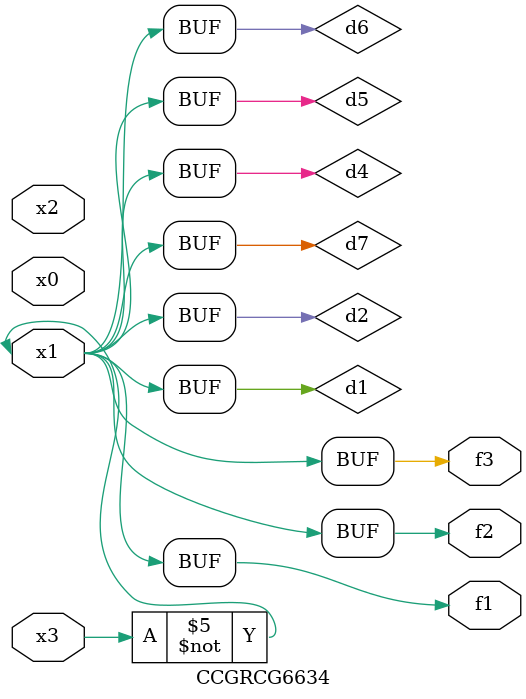
<source format=v>
module CCGRCG6634(
	input x0, x1, x2, x3,
	output f1, f2, f3
);

	wire d1, d2, d3, d4, d5, d6, d7;

	not (d1, x3);
	buf (d2, x1);
	xnor (d3, d1, d2);
	nor (d4, d1);
	buf (d5, d1, d2);
	buf (d6, d4, d5);
	nand (d7, d4);
	assign f1 = d6;
	assign f2 = d7;
	assign f3 = d6;
endmodule

</source>
